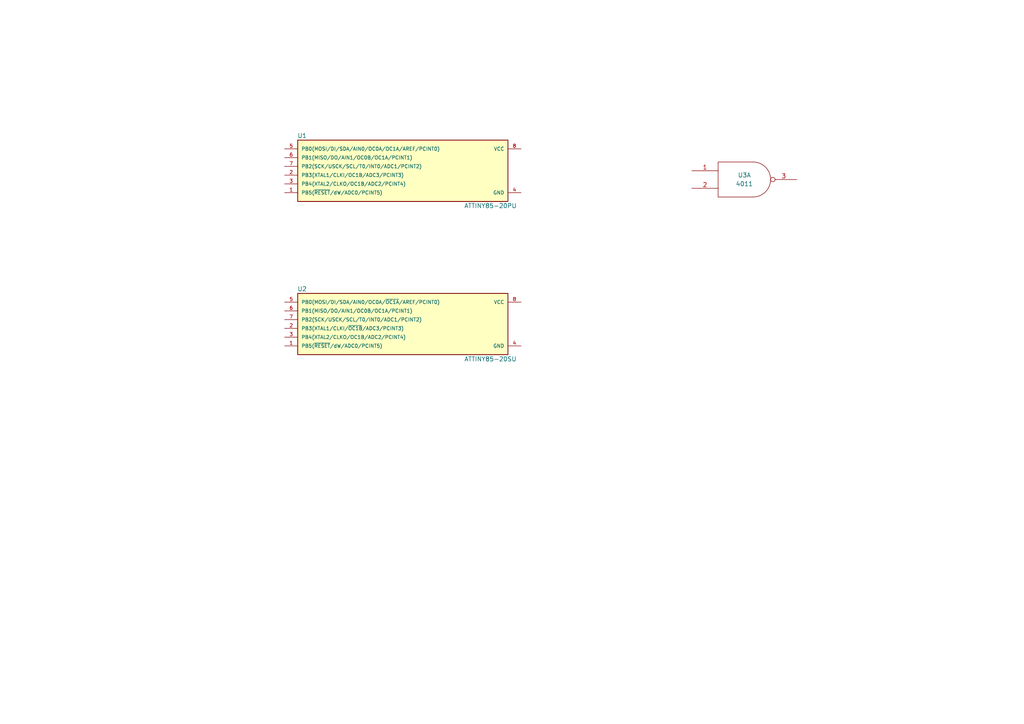
<source format=kicad_sch>
(kicad_sch (version 20230121) (generator eeschema)
  (paper "A4")
  (lib_symbols
    (symbol "DIY-CAD_Mixtape-rescue:4011" (pin_names (offset 0.762))
      (property "Reference" "U" (at 0 1.27 0))
      (property "Value" "4011" (at 0 -1.27 0))
      (symbol "4011_0_0"
        (pin power_in line (at -5.08 5.08 90) (length 0) hide (name "VDD") (number "14"))
        (pin power_in line (at -5.08 -5.08 90) (length 0) hide (name "VSS") (number "7"))
      )
      (symbol "4011_0_1"
        (polyline (pts (xy 2.54 5.08) (xy -7.62 5.08) (xy -7.62 -5.08) (xy 2.54 -5.08)))
        (arc (start 2.5654 -5.0546) (mid 7.5947 0.0001) (end 2.5654 5.08))
      )
      (symbol "4011_0_2"
        (arc (start -7.62 -5.0292) (mid -5.3094 0.0082) (end -7.62 5.0546))
        (arc (start 0 -5.0546) (mid 4.5632 -3.6449) (end 7.5946 0.0508))
        (polyline (pts (xy -7.62 -5.08) (xy 0 -5.08)))
        (polyline (pts (xy -7.62 5.08) (xy 0 5.08)))
        (arc (start 7.62 0) (mid 4.6132 3.6946) (end 0.0508 5.08))
      )
      (symbol "4011_1_1"
        (pin input line (at -15.24 2.54 0) (length 7.62) (name "~") (number "1"))
        (pin input line (at -15.24 -2.54 0) (length 7.62) (name "~") (number "2"))
        (pin output inverted (at 15.24 0 180) (length 7.62) (name "~") (number "3"))
      )
      (symbol "4011_1_2"
        (pin input inverted (at -15.24 2.54 0) (length 9.398) (name "~") (number "1"))
        (pin input inverted (at -15.24 -2.54 0) (length 9.398) (name "~") (number "2"))
        (pin output line (at 15.24 0 180) (length 7.62) (name "~") (number "3"))
      )
      (symbol "4011_2_1"
        (pin output inverted (at 15.24 0 180) (length 7.62) (name "~") (number "4"))
        (pin input line (at -15.24 2.54 0) (length 7.62) (name "~") (number "5"))
        (pin input line (at -15.24 -2.54 0) (length 7.62) (name "~") (number "6"))
      )
      (symbol "4011_2_2"
        (pin output line (at 15.24 0 180) (length 7.62) (name "~") (number "4"))
        (pin input inverted (at -15.24 2.54 0) (length 9.398) (name "~") (number "5"))
        (pin input inverted (at -15.24 -2.54 0) (length 9.398) (name "~") (number "6"))
      )
      (symbol "4011_3_1"
        (pin output inverted (at 15.24 0 180) (length 7.62) (name "~") (number "10"))
        (pin input line (at -15.24 2.54 0) (length 7.62) (name "~") (number "8"))
        (pin input line (at -15.24 -2.54 0) (length 7.62) (name "~") (number "9"))
      )
      (symbol "4011_3_2"
        (pin output line (at 15.24 0 180) (length 7.62) (name "~") (number "10"))
        (pin input inverted (at -15.24 2.54 0) (length 9.398) (name "~") (number "8"))
        (pin input inverted (at -15.24 -2.54 0) (length 9.398) (name "~") (number "9"))
      )
      (symbol "4011_4_1"
        (pin output inverted (at 15.24 0 180) (length 7.62) (name "~") (number "11"))
        (pin input line (at -15.24 2.54 0) (length 7.62) (name "~") (number "12"))
        (pin input line (at -15.24 -2.54 0) (length 7.62) (name "~") (number "13"))
      )
      (symbol "4011_4_2"
        (pin output line (at 15.24 0 180) (length 7.62) (name "~") (number "11"))
        (pin input inverted (at -15.24 2.54 0) (length 9.398) (name "~") (number "12"))
        (pin input inverted (at -15.24 -2.54 0) (length 9.398) (name "~") (number "13"))
      )
    )
    (symbol "DIY-CAD_Mixtape-rescue:ATTINY85-20PU" (pin_names (offset 1.016))
      (property "Reference" "U" (at -29.21 10.16 0))
      (property "Value" "ATTINY85-20PU" (at 25.4 -10.16 0))
      (symbol "ATTINY85-20PU_0_1"
        (rectangle (start -30.48 8.89) (end 30.48 -8.89) (stroke (width 0.254)) (fill (type background)))
      )
      (symbol "ATTINY85-20PU_1_1"
        (pin bidirectional line (at -34.29 -6.35 0) (length 3.81) (name "PB5(~{RESET}/dW/ADC0/PCINT5)") (number "1"))
        (pin bidirectional line (at -34.29 -1.27 0) (length 3.81) (name "PB3(XTAL1/CLKI/OC1B/ADC3/PCINT3)") (number "2"))
        (pin bidirectional line (at -34.29 -3.81 0) (length 3.81) (name "PB4(XTAL2/CLKO/OC1B/ADC2/PCINT4)") (number "3"))
        (pin power_in line (at 34.29 -6.35 180) (length 3.81) (name "GND") (number "4"))
        (pin bidirectional line (at -34.29 6.35 0) (length 3.81) (name "PB0(MOSI/DI/SDA/AIN0/OC0A/OC1A/AREF/PCINT0)") (number "5"))
        (pin bidirectional line (at -34.29 3.81 0) (length 3.81) (name "PB1(MISO/DO/AIN1/OC0B/OC1A/PCINT1)") (number "6"))
        (pin bidirectional line (at -34.29 1.27 0) (length 3.81) (name "PB2(SCK/USCK/SCL/T0/INT0/ADC1/PCINT2)") (number "7"))
        (pin power_in line (at 34.29 6.35 180) (length 3.81) (name "VCC") (number "8"))
      )
    )
    (symbol "DIY-CAD_Mixtape-rescue:ATTINY85-20SU" (pin_names (offset 1.016))
      (property "Reference" "U" (at -29.21 10.16 0))
      (property "Value" "ATTINY85-20SU" (at 25.4 -10.16 0))
      (symbol "ATTINY85-20SU_0_1"
        (rectangle (start -30.48 8.89) (end 30.48 -8.89) (stroke (width 0.254)) (fill (type background)))
      )
      (symbol "ATTINY85-20SU_1_1"
        (pin bidirectional line (at -34.29 -6.35 0) (length 3.81) (name "PB5(~{RESET}/dW/ADC0/PCINT5)") (number "1"))
        (pin bidirectional line (at -34.29 -1.27 0) (length 3.81) (name "PB3(XTAL1/CLKI/~{OC1B}/ADC3/PCINT3)") (number "2"))
        (pin bidirectional line (at -34.29 -3.81 0) (length 3.81) (name "PB4(XTAL2/CLKO/OC1B/ADC2/PCINT4)") (number "3"))
        (pin power_in line (at 34.29 -6.35 180) (length 3.81) (name "GND") (number "4"))
        (pin bidirectional line (at -34.29 6.35 0) (length 3.81) (name "PB0(MOSI/DI/SDA/AIN0/OC0A/~{OC1A}/AREF/PCINT0)") (number "5"))
        (pin bidirectional line (at -34.29 3.81 0) (length 3.81) (name "PB1(MISO/DO/AIN1/OC0B/OC1A/PCINT1)") (number "6"))
        (pin bidirectional line (at -34.29 1.27 0) (length 3.81) (name "PB2(SCK/USCK/SCL/T0/INT0/ADC1/PCINT2)") (number "7"))
        (pin power_in line (at 34.29 6.35 180) (length 3.81) (name "VCC") (number "8"))
      )
    )
  )
  (symbol (lib_id "DIY-CAD_Mixtape-rescue:ATTINY85-20PU") (at 116.84 49.53 0) (unit 1)
    (property "Reference" "U1" (at 87.63 39.37 0))
    (property "Value" "ATTINY85-20PU" (at 142.24 59.69 0))
    (property "Footprint" "Housings_DIP:DIP-8_W7.62mm" (effects hide))
  )
  (symbol (lib_id "DIY-CAD_Mixtape-rescue:ATTINY85-20SU") (at 116.84 93.98 0) (unit 1)
    (property "Reference" "U2" (at 87.63 83.82 0))
    (property "Value" "ATTINY85-20SU" (at 142.24 104.14 0))
    (property "Footprint" "Housings_SOIC:SOIC-8_3.9x4.9mm_Pitch1.27mm" (effects hide))
  )
  (symbol (lib_id "DIY-CAD_Mixtape-rescue:4011") (at 215.9 52.07 0) (unit 1)
    (property "Reference" "U3" (at 215.9 50.8 0))
    (property "Value" "4011" (at 215.9 53.34 0))
    (property "Footprint" "Housings_DIP:DIP-14_W7.62mm_Socket_LongPads" (effects hide))
  )
)
</source>
